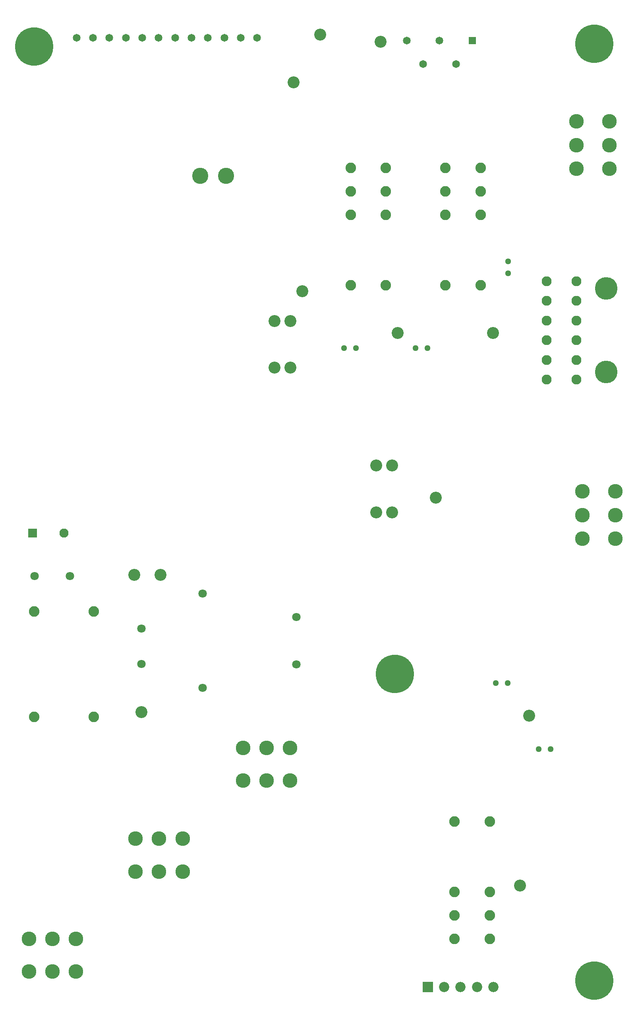
<source format=gbs>
G04*
G04 #@! TF.GenerationSoftware,Altium Limited,Altium Designer,23.10.1 (27)*
G04*
G04 Layer_Color=16711935*
%FSLAX25Y25*%
%MOIN*%
G70*
G04*
G04 #@! TF.SameCoordinates,AA2C939F-CB16-4FEC-AD20-74F2314AF5A0*
G04*
G04*
G04 #@! TF.FilePolarity,Negative*
G04*
G01*
G75*
%ADD33C,0.13583*%
%ADD34C,0.07677*%
%ADD35R,0.07677X0.07677*%
%ADD36C,0.07087*%
%ADD37C,0.12284*%
%ADD38C,0.32087*%
%ADD39C,0.05091*%
%ADD40C,0.10039*%
%ADD41C,0.18957*%
%ADD42C,0.08327*%
%ADD43R,0.06496X0.06496*%
%ADD44C,0.06496*%
%ADD45C,0.08858*%
%ADD46C,0.08563*%
%ADD47R,0.08563X0.08563*%
D33*
X169173Y704213D02*
D03*
X190827D02*
D03*
D34*
X55000Y405000D02*
D03*
D35*
X28425D02*
D03*
D36*
X30236Y369000D02*
D03*
X59764D02*
D03*
X120000Y295236D02*
D03*
Y324764D02*
D03*
X250000Y334370D02*
D03*
Y295000D02*
D03*
X171260Y275315D02*
D03*
Y354055D02*
D03*
D37*
X490000Y400315D02*
D03*
Y420000D02*
D03*
Y439724D02*
D03*
X517598D02*
D03*
Y420000D02*
D03*
Y400315D02*
D03*
X244685Y225000D02*
D03*
X225000D02*
D03*
X205276D02*
D03*
Y197402D02*
D03*
X225000D02*
D03*
X244685D02*
D03*
X25591Y65000D02*
D03*
X45276D02*
D03*
X65000D02*
D03*
Y37402D02*
D03*
X45276D02*
D03*
X25591D02*
D03*
X115000Y148799D02*
D03*
X134685D02*
D03*
X154409D02*
D03*
Y121201D02*
D03*
X134685D02*
D03*
X115000D02*
D03*
X485000Y710315D02*
D03*
Y730000D02*
D03*
Y749724D02*
D03*
X512598D02*
D03*
Y730000D02*
D03*
Y710315D02*
D03*
D38*
X332500Y286800D02*
D03*
X30000Y812500D02*
D03*
X500000Y815000D02*
D03*
Y30000D02*
D03*
D39*
X453171Y223873D02*
D03*
X463171D02*
D03*
X360000Y560000D02*
D03*
X350000D02*
D03*
X417303Y279297D02*
D03*
X427303D02*
D03*
X427500Y622500D02*
D03*
Y632500D02*
D03*
X290000Y560000D02*
D03*
X300000D02*
D03*
D40*
X445100Y251900D02*
D03*
X320571Y816645D02*
D03*
X247500Y782500D02*
D03*
X335000Y572500D02*
D03*
X415000D02*
D03*
X270000Y822500D02*
D03*
X255000Y607500D02*
D03*
X114000Y370000D02*
D03*
X136000D02*
D03*
X120000Y255000D02*
D03*
X245000Y543405D02*
D03*
X231614D02*
D03*
X245000Y582500D02*
D03*
X231614D02*
D03*
X367000Y434500D02*
D03*
X330300Y422305D02*
D03*
X316914D02*
D03*
X330300Y461400D02*
D03*
X316914D02*
D03*
X437600Y109400D02*
D03*
D41*
X510000Y609764D02*
D03*
Y539764D02*
D03*
D42*
X485000Y533504D02*
D03*
Y550000D02*
D03*
Y566496D02*
D03*
Y582992D02*
D03*
Y599488D02*
D03*
Y615984D02*
D03*
X460000D02*
D03*
Y599488D02*
D03*
Y582992D02*
D03*
Y566496D02*
D03*
Y550000D02*
D03*
Y533504D02*
D03*
D43*
X397500Y817500D02*
D03*
D44*
X383720Y797815D02*
D03*
X369941Y817500D02*
D03*
X356161Y797815D02*
D03*
X342382Y817500D02*
D03*
X217016Y820000D02*
D03*
X203236D02*
D03*
X189457D02*
D03*
X175677D02*
D03*
X161898D02*
D03*
X148118D02*
D03*
X134339D02*
D03*
X120559D02*
D03*
X106780D02*
D03*
X93000D02*
D03*
X79220D02*
D03*
X65441D02*
D03*
D45*
X295472Y612500D02*
D03*
Y671555D02*
D03*
Y691240D02*
D03*
Y710925D02*
D03*
X325000D02*
D03*
Y691240D02*
D03*
Y671555D02*
D03*
Y612500D02*
D03*
X382600Y163140D02*
D03*
Y104085D02*
D03*
Y84400D02*
D03*
Y64715D02*
D03*
X412128D02*
D03*
Y84400D02*
D03*
Y104085D02*
D03*
Y163140D02*
D03*
X375000Y612500D02*
D03*
Y671555D02*
D03*
Y691240D02*
D03*
Y710925D02*
D03*
X404528D02*
D03*
Y691240D02*
D03*
Y671555D02*
D03*
Y612500D02*
D03*
X30000Y250709D02*
D03*
Y339291D02*
D03*
X80000D02*
D03*
Y250709D02*
D03*
D46*
X415179Y24600D02*
D03*
X401400D02*
D03*
X387620D02*
D03*
X373841D02*
D03*
D47*
X360061D02*
D03*
M02*

</source>
